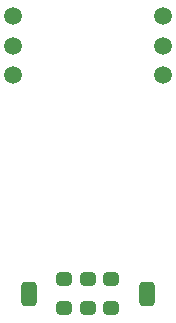
<source format=gbr>
G04 #@! TF.GenerationSoftware,KiCad,Pcbnew,(6.0.6-0)*
G04 #@! TF.CreationDate,2022-11-05T02:26:21-04:00*
G04 #@! TF.ProjectId,Twins Switch PCB,5477696e-7320-4537-9769-746368205043,1*
G04 #@! TF.SameCoordinates,Original*
G04 #@! TF.FileFunction,Soldermask,Top*
G04 #@! TF.FilePolarity,Negative*
%FSLAX46Y46*%
G04 Gerber Fmt 4.6, Leading zero omitted, Abs format (unit mm)*
G04 Created by KiCad (PCBNEW (6.0.6-0)) date 2022-11-05 02:26:21*
%MOMM*%
%LPD*%
G01*
G04 APERTURE LIST*
G04 Aperture macros list*
%AMRoundRect*
0 Rectangle with rounded corners*
0 $1 Rounding radius*
0 $2 $3 $4 $5 $6 $7 $8 $9 X,Y pos of 4 corners*
0 Add a 4 corners polygon primitive as box body*
4,1,4,$2,$3,$4,$5,$6,$7,$8,$9,$2,$3,0*
0 Add four circle primitives for the rounded corners*
1,1,$1+$1,$2,$3*
1,1,$1+$1,$4,$5*
1,1,$1+$1,$6,$7*
1,1,$1+$1,$8,$9*
0 Add four rect primitives between the rounded corners*
20,1,$1+$1,$2,$3,$4,$5,0*
20,1,$1+$1,$4,$5,$6,$7,0*
20,1,$1+$1,$6,$7,$8,$9,0*
20,1,$1+$1,$8,$9,$2,$3,0*%
G04 Aperture macros list end*
%ADD10C,1.501600*%
%ADD11RoundRect,0.313300X0.337500X0.262500X-0.337500X0.262500X-0.337500X-0.262500X0.337500X-0.262500X0*%
%ADD12RoundRect,0.363300X-0.312500X-0.687500X0.312500X-0.687500X0.312500X0.687500X-0.312500X0.687500X0*%
G04 APERTURE END LIST*
D10*
X133990000Y-97630000D03*
X146670000Y-92630000D03*
X133990000Y-95130000D03*
X146670000Y-95130000D03*
X146670000Y-97630000D03*
X133990000Y-92630000D03*
D11*
X142320000Y-114890000D03*
X140320000Y-114890000D03*
X138320000Y-114890000D03*
X142320000Y-117390000D03*
X140320000Y-117390000D03*
X138320000Y-117390000D03*
D12*
X145320000Y-116140000D03*
X135320000Y-116140000D03*
M02*

</source>
